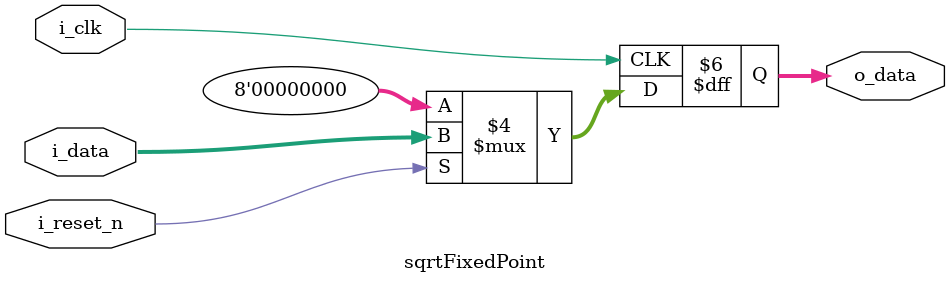
<source format=v>

`default_nettype none
`timescale 1ps/1ps

module sqrtFixedPoint(
    input   wire    [0:0]   i_clk,
    input   wire    [0:0]   i_reset_n,
    input   wire    [7:0]   i_data,
    output  reg     [7:0]   o_data
);

always @(posedge i_clk) begin
    if(!i_reset_n) begin
        o_data <= 8'h00;
    end else begin
        o_data <= i_data;
    end
end

endmodule

</source>
